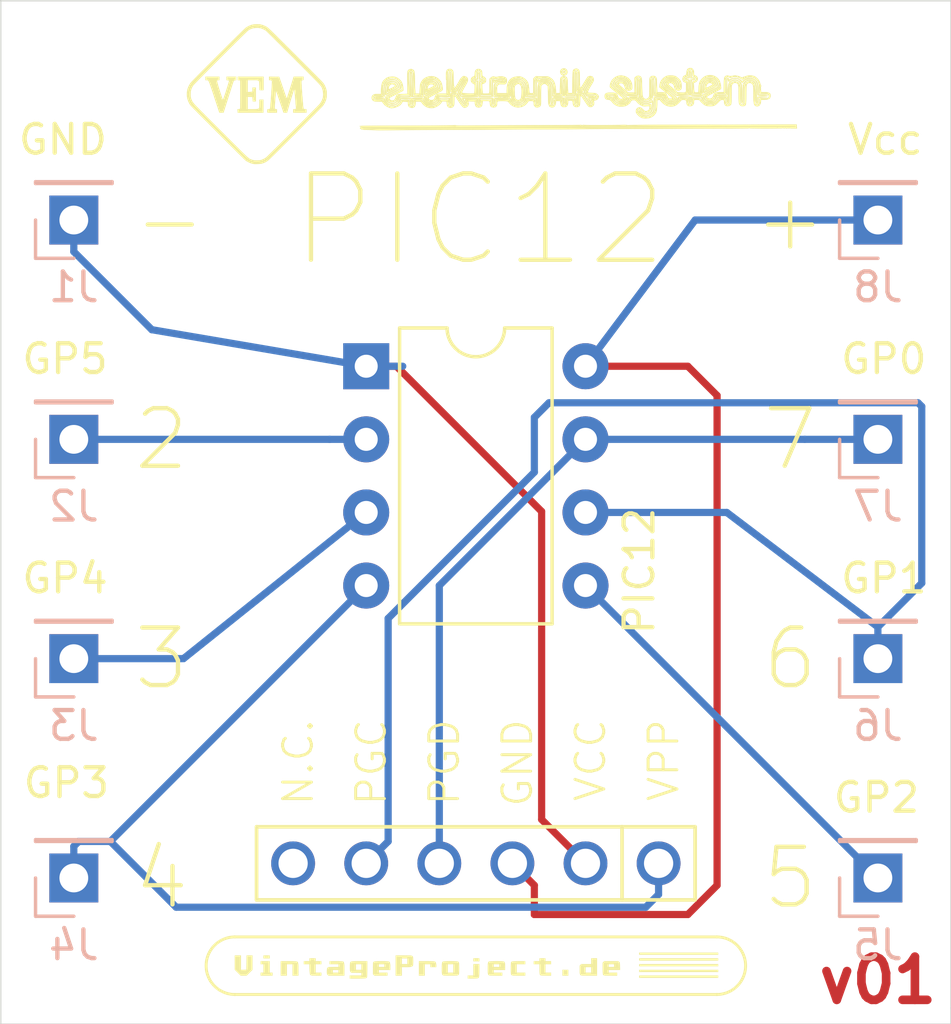
<source format=kicad_pcb>
(kicad_pcb (version 20171130) (host pcbnew "(5.1.2)-1")
  (title_block (title "NKM ATTiny85 Module") (date 2019-05-01) (rev v01) (company VintageProject) (comment 2 "VEB Numerik Karl Marx") (comment 3 "NKM Baukasten 100/150") (comment 4 "ATTiny85 Module"))
  (layers (0 F.Cu signal) (31 B.Cu signal) (34 B.Paste user) (35 F.Paste user) (36 B.SilkS user) (37 F.SilkS user) (38 B.Mask user) (39 F.Mask user) (44 Edge.Cuts user))
  (net 0 "")
  (net 1 GND)
  (net 2 VCC)
  (net 3 /VPP)
  (net 4 /PGD)
  (net 5 /PGC)
  (net 6 "Net-(1-Pad6)")
  (net 7 /GP5)
  (net 8 /GP4)
  (net 9 /GP2)
  (module Thilo_Lib:Logo_elektroniksystem_15mm (layer F.Cu) (at 169.904395 61.697724)
    (fp_text reference G*** hide)
    (fp_text value LOGO hide)
  )
  (module Thilo_Lib:Logo_VEM2 (layer F.Cu) (at 158.75 61.668458)
    (fp_text reference G*** hide)
    (fp_text value LOGO hide)
  )
  (module Thilo_Lib:LOGO_VintageProject_F.SilkS (layer F.Cu) (at 166.37 91.948)
    (fp_text reference G*** hide)
    (fp_text value LOGO_VintageProject_F.SilkS hide)
  )
  (module Connector_PinHeader_2.54mm:PinHeader_1x01_P2.54mm_Vertical (layer B.Cu) (at 152.4 66.04)
    (fp_text reference J1 (at 0 2.33) (layer B.SilkS) (effects (justify mirror)))
    (fp_text value Conn_01x01_Male hide)
    (pad 1 thru_hole rect (at 0 0) (size 1.7 1.7) (drill 1) (layers *.Cu *.Mask) (net 2 VCC))
  )
  (module Connector_PinHeader_2.54mm:PinHeader_1x01_P2.54mm_Vertical (layer B.Cu) (at 152.4 73.66)
    (fp_text reference J2 (at 0 2.33) (layer B.SilkS) (effects (justify mirror)))
    (fp_text value Conn_01x01_Male hide)
    (pad 1 thru_hole rect (at 0 0) (size 1.7 1.7) (drill 1) (layers *.Cu *.Mask) (net 7 /GP5))
  )
  (module Connector_PinHeader_2.54mm:PinHeader_1x01_P2.54mm_Vertical (layer B.Cu) (at 152.4 81.28)
    (fp_text reference J3 (at 0 2.33) (layer B.SilkS) (effects (justify mirror)))
    (fp_text value Conn_01x01_Male hide)
    (pad 1 thru_hole rect (at 0 0) (size 1.7 1.7) (drill 1) (layers *.Cu *.Mask) (net 8 /GP4))
  )
  (module Connector_PinHeader_2.54mm:PinHeader_1x01_P2.54mm_Vertical (layer B.Cu) (at 152.4 88.9)
    (fp_text reference J4 (at 0 2.33) (layer B.SilkS) (effects (justify mirror)))
    (fp_text value Conn_01x01_Male hide)
    (pad 1 thru_hole rect (at 0 0) (size 1.7 1.7) (drill 1) (layers *.Cu *.Mask) (net 3 /VPP))
  )
  (module Connector_PinHeader_2.54mm:PinHeader_1x01_P2.54mm_Vertical (layer B.Cu) (at 180.34 88.9)
    (fp_text reference J5 (at 0 2.33) (layer B.SilkS) (effects (justify mirror)))
    (fp_text value Conn_01x01_Male hide)
    (pad 1 thru_hole rect (at 0 0) (size 1.7 1.7) (drill 1) (layers *.Cu *.Mask) (net 9 /GP2))
  )
  (module Connector_PinHeader_2.54mm:PinHeader_1x01_P2.54mm_Vertical (layer B.Cu) (at 180.34 81.28)
    (fp_text reference J6 (at 0 2.33) (layer B.SilkS) (effects (justify mirror)))
    (fp_text value Conn_01x01_Male hide)
    (pad 1 thru_hole rect (at 0 0) (size 1.7 1.7) (drill 1) (layers *.Cu *.Mask) (net 5 /PGC))
  )
  (module Connector_PinHeader_2.54mm:PinHeader_1x01_P2.54mm_Vertical (layer B.Cu) (at 180.34 73.66)
    (fp_text reference J7 (at 0 2.33) (layer B.SilkS) (effects (justify mirror)))
    (fp_text value Conn_01x01_Male hide)
    (pad 1 thru_hole rect (at 0 0) (size 1.7 1.7) (drill 1) (layers *.Cu *.Mask) (net 4 /PGD))
  )
  (module Connector_PinHeader_2.54mm:PinHeader_1x01_P2.54mm_Vertical (layer B.Cu) (at 180.34 66.04)
    (fp_text reference J8 (at 0 2.33) (layer B.SilkS) (effects (justify mirror)))
    (fp_text value Conn_01x01_Male hide)
    (pad 1 thru_hole rect (at 0 0) (size 1.7 1.7) (drill 1) (layers *.Cu *.Mask) (net 1 GND))
  )
  (module Package_DIP:DIP-8_W7.62mm (layer F.Cu) (at 162.56 71.12)
    (fp_text reference U1 hide)
    (fp_text value PIC12 (at 9.488075 7.112 270) (layer F.SilkS))
    (pad 1 thru_hole rect (at 0 0) (size 1.6 1.6) (drill 0.8) (layers *.Cu *.Mask) (net 2 VCC))
    (pad 5 thru_hole oval (at 7.62 7.62) (size 1.6 1.6) (drill 0.8) (layers *.Cu *.Mask) (net 9 /GP2))
    (pad 2 thru_hole oval (at 0 2.54) (size 1.6 1.6) (drill 0.8) (layers *.Cu *.Mask) (net 7 /GP5))
    (pad 6 thru_hole oval (at 7.62 5.08) (size 1.6 1.6) (drill 0.8) (layers *.Cu *.Mask) (net 5 /PGC))
    (pad 3 thru_hole oval (at 0 5.08) (size 1.6 1.6) (drill 0.8) (layers *.Cu *.Mask) (net 8 /GP4))
    (pad 7 thru_hole oval (at 7.62 2.54) (size 1.6 1.6) (drill 0.8) (layers *.Cu *.Mask) (net 4 /PGD))
    (pad 4 thru_hole oval (at 0 7.62) (size 1.6 1.6) (drill 0.8) (layers *.Cu *.Mask) (net 3 /VPP))
    (pad 8 thru_hole oval (at 7.62 0) (size 1.6 1.6) (drill 0.8) (layers *.Cu *.Mask) (net 1 GND))
  )
  (module Thilo_Lib:ICSP_MICROCHIP (layer F.Cu) (at 166.37 88.392 270)
    (fp_text reference 1 hide)
    (fp_text value ICSP_MICROCHIP hide)
    (fp_text user VPP (at -5.08 -7.112 90) (layer F.SilkS) (effects (font (thickness 0.1016)) (justify right bottom)))
    (fp_text user VCC (at -5.08 -4.572 90) (layer F.SilkS) (effects (font (thickness 0.1016)) (justify right bottom)))
    (fp_text user GND (at -5.08 -2.032 90) (layer F.SilkS) (effects (font (thickness 0.1016)) (justify right bottom)))
    (fp_text user PGD (at -5.08 0.508 90) (layer F.SilkS) (effects (font (thickness 0.1016)) (justify right bottom)))
    (fp_text user PGC (at -5.08 3.048 90) (layer F.SilkS) (effects (font (thickness 0.1016)) (justify right bottom)))
    (fp_text user N.C. (at -5.08 5.588 90) (layer F.SilkS) (effects (font (thickness 0.1016)) (justify right bottom)))
    (pad 1 thru_hole circle (at 0 -6.35) (size 1.524 1.524) (drill 1.016) (layers *.Cu *.Mask) (net 3 /VPP))
    (pad 2 thru_hole circle (at 0 -3.81) (size 1.524 1.524) (drill 1.016) (layers *.Cu *.Mask) (net 2 VCC))
    (pad 3 thru_hole circle (at 0 -1.27) (size 1.524 1.524) (drill 1.016) (layers *.Cu *.Mask) (net 1 GND))
    (pad 4 thru_hole circle (at 0 1.27) (size 1.524 1.524) (drill 1.016) (layers *.Cu *.Mask) (net 4 /PGD))
    (pad 5 thru_hole circle (at 0 3.81) (size 1.524 1.524) (drill 1.016) (layers *.Cu *.Mask) (net 5 /PGC))
    (pad 6 thru_hole circle (at 0 6.35) (size 1.524 1.524) (drill 1.016) (layers *.Cu *.Mask) (net 6 "Net-(1-Pad6)"))
  )
  (gr_text v01 (at 180.34 92.456) (layer F.Cu) (effects (font (size 1.5 1.5) (thickness 0.3))))
  (gr_text GP4 (at 150.518762 78.486) (layer F.SilkS) (effects (font (size 1 1)) (justify left)))
  (gr_text GP3 (at 150.566381 85.598) (layer F.SilkS) (effects (font (size 1 1)) (justify left)))
  (gr_text GND (at 150.399715 63.246) (layer F.SilkS) (effects (font (size 1 1)) (justify left)))
  (gr_text GP5 (at 150.518762 70.866) (layer F.SilkS) (effects (font (size 1 1)) (justify left)))
  (gr_text GP2 (at 181.864 86.106) (layer F.SilkS) (effects (font (size 1 1)) (justify right)))
  (gr_text Vcc (at 180.594 63.246) (layer F.SilkS) (effects (font (size 1 1))))
  (gr_text GP0 (at 182.118 70.866) (layer F.SilkS) (effects (font (size 1 1)) (justify right)))
  (gr_text GP1 (at 182.118 78.486) (layer F.SilkS) (effects (font (size 1 1)) (justify right)))
  (gr_text 7 (at 177.292 73.66) (layer F.SilkS) (effects (font (size 2 2))))
  (gr_text 6 (at 177.292 81.28) (layer F.SilkS) (effects (font (size 2 2))))
  (gr_text 5 (at 177.292 88.9) (layer F.SilkS) (effects (font (size 2 2))))
  (gr_text + (at 177.292 66.04) (layer F.SilkS) (effects (font (size 2 2))))
  (gr_text 4 (at 155.448 88.9) (layer F.SilkS) (effects (font (size 2 2))))
  (gr_text 3 (at 155.448 81.28) (layer F.SilkS) (effects (font (size 2 2))))
  (gr_text 2 (at 155.448 73.66) (layer F.SilkS) (effects (font (size 2 2))))
  (gr_text - (at 155.733714 66.04) (layer F.SilkS) (effects (font (size 2 2))))
  (gr_line (start 182.88 58.42) (end 182.86 58.42) (layer Edge.Cuts) (width 0.05))
  (gr_line (start 182.88 93.98) (end 182.88 93.42) (layer Edge.Cuts) (width 0.05))
  (gr_line (start 149.86 93.98) (end 182.88 93.98) (layer Edge.Cuts) (width 0.05))
  (gr_line (start 149.86 58.42) (end 149.86 93.98) (layer Edge.Cuts) (width 0.05))
  (gr_line (start 182.88 58.42) (end 182.88 93.42) (layer Edge.Cuts) (width 0.05))
  (gr_line (start 149.86 58.42) (end 182.86 58.42) (layer Edge.Cuts) (width 0.05))
  (gr_text PIC12 (at 166.497769 66.04) (layer F.SilkS) (effects (font (size 2.999999 2.999999))))
  (segment (start 173.99 66.04) (end 170.18 71.12) (width 0.25) (layer B.Cu) (net 1))
  (segment (start 180.34 66.04) (end 173.99 66.04) (width 0.25) (layer B.Cu) (net 1))
  (segment (start 168.401999 89.153999) (end 167.64 88.392) (width 0.25) (layer F.Cu) (net 1))
  (segment (start 173.736 71.12) (end 174.752 72.136) (width 0.25) (layer F.Cu) (net 1))
  (segment (start 174.752 72.136) (end 174.752 89.154) (width 0.25) (layer F.Cu) (net 1))
  (segment (start 174.752 89.154) (end 173.736 90.17) (width 0.25) (layer F.Cu) (net 1))
  (segment (start 173.736 90.17) (end 168.401999 90.17) (width 0.25) (layer F.Cu) (net 1))
  (segment (start 170.18 71.12) (end 173.736 71.12) (width 0.25) (layer F.Cu) (net 1))
  (segment (start 168.401999 90.17) (end 168.401999 89.153999) (width 0.25) (layer F.Cu) (net 1))
  (segment (start 152.4 67.14) (end 152.4 66.04) (width 0.25) (layer B.Cu) (net 2))
  (segment (start 155.11 69.85) (end 152.4 67.14) (width 0.25) (layer B.Cu) (net 2))
  (segment (start 162.56 71.12) (end 155.11 69.85) (width 0.25) (layer B.Cu) (net 2))
  (segment (start 163.83 71.12) (end 162.56 71.12) (width 0.25) (layer B.Cu) (net 2))
  (segment (start 163.61 71.12) (end 162.56 71.12) (width 0.25) (layer F.Cu) (net 2))
  (segment (start 168.656 76.166) (end 163.61 71.12) (width 0.25) (layer F.Cu) (net 2))
  (segment (start 170.18 88.392) (end 168.656 86.868) (width 0.25) (layer F.Cu) (net 2))
  (segment (start 168.656 86.868) (end 168.656 76.166) (width 0.25) (layer F.Cu) (net 2))
  (segment (start 152.4 87.8) (end 152.4 88.9) (width 0.25) (layer B.Cu) (net 3))
  (segment (start 152.57 87.63) (end 152.4 87.8) (width 0.25) (layer B.Cu) (net 3))
  (segment (start 153.67 87.63) (end 162.56 78.74) (width 0.25) (layer B.Cu) (net 3))
  (segment (start 152.57 87.63) (end 153.67 87.63) (width 0.25) (layer B.Cu) (net 3))
  (segment (start 155.956 89.916) (end 153.67 87.63) (width 0.25) (layer B.Cu) (net 3))
  (segment (start 172.27363 89.916) (end 155.956 89.916) (width 0.25) (layer B.Cu) (net 3))
  (segment (start 172.72 88.392) (end 172.72 89.46963) (width 0.25) (layer B.Cu) (net 3))
  (segment (start 172.72 89.46963) (end 172.27363 89.916) (width 0.25) (layer B.Cu) (net 3))
  (segment (start 177.8 73.66) (end 180.34 73.66) (width 0.25) (layer B.Cu) (net 4))
  (segment (start 170.18 73.66) (end 177.8 73.66) (width 0.25) (layer B.Cu) (net 4))
  (segment (start 165.1 78.74) (end 170.18 73.66) (width 0.25) (layer B.Cu) (net 4))
  (segment (start 165.1 88.392) (end 165.1 78.74) (width 0.25) (layer B.Cu) (net 4))
  (segment (start 170.18 76.2) (end 175.09 76.2) (width 0.25) (layer B.Cu) (net 5))
  (segment (start 175.09 76.2) (end 180.34 80.18) (width 0.25) (layer B.Cu) (net 5))
  (segment (start 180.34 80.18) (end 180.34 81.28) (width 0.25) (layer B.Cu) (net 5))
  (segment (start 181.864 72.517499) (end 181.864 78.656) (width 0.25) (layer B.Cu) (net 5))
  (segment (start 181.736501 72.39) (end 181.864 72.517499) (width 0.25) (layer B.Cu) (net 5))
  (segment (start 181.864 78.656) (end 180.34 80.18) (width 0.25) (layer B.Cu) (net 5))
  (segment (start 163.321999 87.630001) (end 163.321999 79.881591) (width 0.25) (layer B.Cu) (net 5))
  (segment (start 163.321999 79.881591) (end 168.402 74.80159) (width 0.25) (layer B.Cu) (net 5))
  (segment (start 162.56 88.392) (end 163.321999 87.630001) (width 0.25) (layer B.Cu) (net 5))
  (segment (start 168.402 74.80159) (end 168.402 72.898) (width 0.25) (layer B.Cu) (net 5))
  (segment (start 168.402 72.898) (end 168.91 72.39) (width 0.25) (layer B.Cu) (net 5))
  (segment (start 168.91 72.39) (end 181.736501 72.39) (width 0.25) (layer B.Cu) (net 5))
  (segment (start 161.29 73.66) (end 162.56 73.66) (width 0.25) (layer B.Cu) (net 7))
  (segment (start 152.4 73.66) (end 161.29 73.66) (width 0.25) (layer B.Cu) (net 7))
  (segment (start 156.21 81.28) (end 162.56 76.2) (width 0.25) (layer B.Cu) (net 8))
  (segment (start 152.4 81.28) (end 156.21 81.28) (width 0.25) (layer B.Cu) (net 8))
  (segment (start 180.34 88.9) (end 170.18 78.74) (width 0.25) (layer B.Cu) (net 9))
)
</source>
